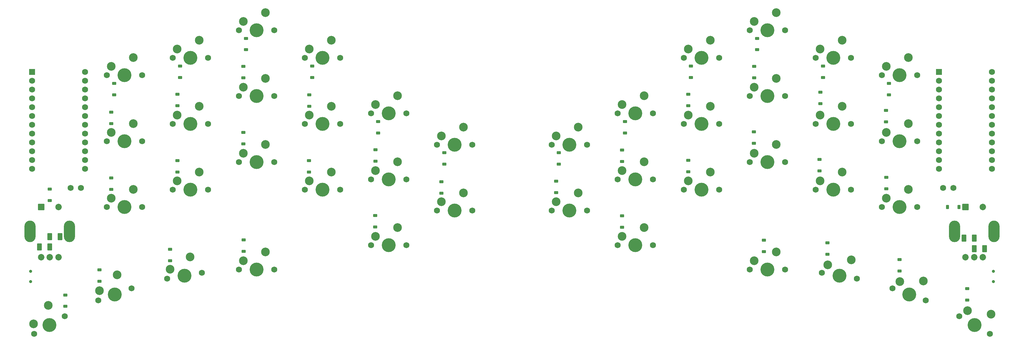
<source format=gbr>
%TF.GenerationSoftware,KiCad,Pcbnew,7.0.9*%
%TF.CreationDate,2023-11-27T10:59:26+01:00*%
%TF.ProjectId,SplitErgoLL_v2,53706c69-7445-4726-976f-4c4c5f76322e,rev?*%
%TF.SameCoordinates,Original*%
%TF.FileFunction,Soldermask,Bot*%
%TF.FilePolarity,Negative*%
%FSLAX46Y46*%
G04 Gerber Fmt 4.6, Leading zero omitted, Abs format (unit mm)*
G04 Created by KiCad (PCBNEW 7.0.9) date 2023-11-27 10:59:26*
%MOMM*%
%LPD*%
G01*
G04 APERTURE LIST*
G04 Aperture macros list*
%AMRoundRect*
0 Rectangle with rounded corners*
0 $1 Rounding radius*
0 $2 $3 $4 $5 $6 $7 $8 $9 X,Y pos of 4 corners*
0 Add a 4 corners polygon primitive as box body*
4,1,4,$2,$3,$4,$5,$6,$7,$8,$9,$2,$3,0*
0 Add four circle primitives for the rounded corners*
1,1,$1+$1,$2,$3*
1,1,$1+$1,$4,$5*
1,1,$1+$1,$6,$7*
1,1,$1+$1,$8,$9*
0 Add four rect primitives between the rounded corners*
20,1,$1+$1,$2,$3,$4,$5,0*
20,1,$1+$1,$4,$5,$6,$7,0*
20,1,$1+$1,$6,$7,$8,$9,0*
20,1,$1+$1,$8,$9,$2,$3,0*%
G04 Aperture macros list end*
%ADD10C,1.750000*%
%ADD11C,4.000000*%
%ADD12C,2.500000*%
%ADD13C,0.900000*%
%ADD14RoundRect,0.102000X-0.825000X-0.825000X0.825000X-0.825000X0.825000X0.825000X-0.825000X0.825000X0*%
%ADD15C,1.854000*%
%ADD16O,3.204000X6.204000*%
%ADD17R,1.752600X1.752600*%
%ADD18C,1.752600*%
%ADD19RoundRect,0.225000X-0.375000X0.225000X-0.375000X-0.225000X0.375000X-0.225000X0.375000X0.225000X0*%
%ADD20RoundRect,0.102000X-0.580000X-0.910000X0.580000X-0.910000X0.580000X0.910000X-0.580000X0.910000X0*%
%ADD21RoundRect,0.225000X0.375000X-0.225000X0.375000X0.225000X-0.375000X0.225000X-0.375000X-0.225000X0*%
%ADD22RoundRect,0.102000X0.580000X0.910000X-0.580000X0.910000X-0.580000X-0.910000X0.580000X-0.910000X0*%
%ADD23RoundRect,0.225000X-0.225000X-0.375000X0.225000X-0.375000X0.225000X0.375000X-0.225000X0.375000X0*%
G04 APERTURE END LIST*
D10*
%TO.C,KSW41*%
X186920000Y-103000000D03*
D11*
X192000000Y-103000000D03*
D10*
X197080000Y-103000000D03*
D12*
X188190000Y-100460000D03*
X194540000Y-97920000D03*
%TD*%
D10*
%TO.C,KSW24*%
X91920000Y-121000000D03*
D11*
X97000000Y-121000000D03*
D10*
X102080000Y-121000000D03*
D12*
X93190000Y-118460000D03*
X99540000Y-115920000D03*
%TD*%
D10*
%TO.C,KSW7*%
X295920000Y-116000000D03*
D11*
X301000000Y-116000000D03*
D10*
X306080000Y-116000000D03*
D12*
X297190000Y-113460000D03*
X303540000Y-110920000D03*
%TD*%
D10*
%TO.C,KSW11*%
X276920000Y-108000000D03*
D11*
X282000000Y-108000000D03*
D10*
X287080000Y-108000000D03*
D12*
X278190000Y-105460000D03*
X284540000Y-102920000D03*
%TD*%
D13*
%TO.C,SW2*%
X70000000Y-139500000D03*
X70000000Y-142500000D03*
%TD*%
D10*
%TO.C,KSW4*%
X337200000Y-152460000D03*
D11*
X341599409Y-155000000D03*
D10*
X345998818Y-157540000D03*
D12*
X339569852Y-150895295D03*
X346339114Y-151870591D03*
%TD*%
D10*
%TO.C,KSW15*%
X257920000Y-116000000D03*
D11*
X263000000Y-116000000D03*
D10*
X268080000Y-116000000D03*
D12*
X259190000Y-113460000D03*
X265540000Y-110920000D03*
%TD*%
D10*
%TO.C,KSW16*%
X276920000Y-139000000D03*
D11*
X282000000Y-139000000D03*
D10*
X287080000Y-139000000D03*
D12*
X278190000Y-136460000D03*
X284540000Y-133920000D03*
%TD*%
D10*
%TO.C,KSW5*%
X295920000Y-78000000D03*
D11*
X301000000Y-78000000D03*
D10*
X306080000Y-78000000D03*
D12*
X297190000Y-75460000D03*
X303540000Y-72920000D03*
%TD*%
D10*
%TO.C,KSW6*%
X295920000Y-97000000D03*
D11*
X301000000Y-97000000D03*
D10*
X306080000Y-97000000D03*
D12*
X297190000Y-94460000D03*
X303540000Y-91920000D03*
%TD*%
D14*
%TO.C,ENC2*%
X73000000Y-121000000D03*
D15*
X78000000Y-121000000D03*
X73000000Y-135500000D03*
X78000000Y-135500000D03*
X75500000Y-135500000D03*
D16*
X69800000Y-128000000D03*
X81200000Y-128000000D03*
%TD*%
D17*
%TO.C,MCU2*%
X70380000Y-82030000D03*
D18*
X70380000Y-84570000D03*
X70380000Y-87110000D03*
X70380000Y-89650000D03*
X70380000Y-92190000D03*
X70380000Y-94730000D03*
X70380000Y-97270000D03*
X70380000Y-99810000D03*
X70380000Y-102350000D03*
X70380000Y-104890000D03*
X70380000Y-107430000D03*
X70380000Y-109970000D03*
X85620000Y-109970000D03*
X85620000Y-107430000D03*
X85620000Y-104890000D03*
X85620000Y-102350000D03*
X85620000Y-99810000D03*
X85620000Y-97270000D03*
X85620000Y-94730000D03*
X85620000Y-92190000D03*
X85620000Y-89650000D03*
X85620000Y-87110000D03*
X85620000Y-84570000D03*
X85620000Y-82030000D03*
%TD*%
D10*
%TO.C,KSW40*%
X167920000Y-132000000D03*
D11*
X173000000Y-132000000D03*
D10*
X178080000Y-132000000D03*
D12*
X169190000Y-129460000D03*
X175540000Y-126920000D03*
%TD*%
D10*
%TO.C,KSW20*%
X219920000Y-103000000D03*
D11*
X225000000Y-103000000D03*
D10*
X230080000Y-103000000D03*
D12*
X221190000Y-100460000D03*
X227540000Y-97920000D03*
%TD*%
D10*
%TO.C,KSW36*%
X148920000Y-116000000D03*
D11*
X154000000Y-116000000D03*
D10*
X159080000Y-116000000D03*
D12*
X150190000Y-113460000D03*
X156540000Y-110920000D03*
%TD*%
D10*
%TO.C,KSW8*%
X318000000Y-144462538D03*
D11*
X322773639Y-146200000D03*
D10*
X327547278Y-147937462D03*
D12*
X320062141Y-142510084D03*
X326897921Y-142295093D03*
%TD*%
D10*
%TO.C,KSW27*%
X110920000Y-97000000D03*
D11*
X116000000Y-97000000D03*
D10*
X121080000Y-97000000D03*
D12*
X112190000Y-94460000D03*
X118540000Y-91920000D03*
%TD*%
D10*
%TO.C,KSW35*%
X148920000Y-97000000D03*
D11*
X154000000Y-97000000D03*
D10*
X159080000Y-97000000D03*
D12*
X150190000Y-94460000D03*
X156540000Y-91920000D03*
%TD*%
D14*
%TO.C,ENC1*%
X339000000Y-121000000D03*
D15*
X344000000Y-121000000D03*
X339000000Y-135500000D03*
X344000000Y-135500000D03*
X341500000Y-135500000D03*
D16*
X335800000Y-128000000D03*
X347200000Y-128000000D03*
%TD*%
D10*
%TO.C,KSW14*%
X257920000Y-97000000D03*
D11*
X263000000Y-97000000D03*
D10*
X268080000Y-97000000D03*
D12*
X259190000Y-94460000D03*
X265540000Y-91920000D03*
%TD*%
D10*
%TO.C,KSW38*%
X167920000Y-94000000D03*
D11*
X173000000Y-94000000D03*
D10*
X178080000Y-94000000D03*
D12*
X169190000Y-91460000D03*
X175540000Y-88920000D03*
%TD*%
D10*
%TO.C,KSW31*%
X129920000Y-89000000D03*
D11*
X135000000Y-89000000D03*
D10*
X140080000Y-89000000D03*
D12*
X131190000Y-86460000D03*
X137540000Y-83920000D03*
%TD*%
D10*
%TO.C,KSW1*%
X314920000Y-83000000D03*
D11*
X320000000Y-83000000D03*
D10*
X325080000Y-83000000D03*
D12*
X316190000Y-80460000D03*
X322540000Y-77920000D03*
%TD*%
D10*
%TO.C,KSW25*%
X71001182Y-157540000D03*
D11*
X75400591Y-155000000D03*
D10*
X79800000Y-152460000D03*
D12*
X70831034Y-154705295D03*
X75060296Y-149330591D03*
%TD*%
D10*
%TO.C,KSW22*%
X91920000Y-83000000D03*
D11*
X97000000Y-83000000D03*
D10*
X102080000Y-83000000D03*
D12*
X93190000Y-80460000D03*
X99540000Y-77920000D03*
%TD*%
D10*
%TO.C,KSW29*%
X89452722Y-147937462D03*
D11*
X94226361Y-146200000D03*
D10*
X99000000Y-144462538D03*
D12*
X89777401Y-145116277D03*
X94875718Y-140557630D03*
%TD*%
D10*
%TO.C,KSW13*%
X257920000Y-78000000D03*
D11*
X263000000Y-78000000D03*
D10*
X268080000Y-78000000D03*
D12*
X259190000Y-75460000D03*
X265540000Y-72920000D03*
%TD*%
D10*
%TO.C,KSW3*%
X314920000Y-121000000D03*
D11*
X320000000Y-121000000D03*
D10*
X325080000Y-121000000D03*
D12*
X316190000Y-118460000D03*
X322540000Y-115920000D03*
%TD*%
D10*
%TO.C,KSW30*%
X129920000Y-70000000D03*
D11*
X135000000Y-70000000D03*
D10*
X140080000Y-70000000D03*
D12*
X131190000Y-67460000D03*
X137540000Y-64920000D03*
%TD*%
D10*
%TO.C,KSW39*%
X167920000Y-113000000D03*
D11*
X173000000Y-113000000D03*
D10*
X178080000Y-113000000D03*
D12*
X169190000Y-110460000D03*
X175540000Y-107920000D03*
%TD*%
D10*
%TO.C,KSW12*%
X297694354Y-139917867D03*
D11*
X302697177Y-140800000D03*
D10*
X307700000Y-141682133D03*
D12*
X299386126Y-137636989D03*
X306080721Y-136238243D03*
%TD*%
D10*
%TO.C,KSW19*%
X238920000Y-132000000D03*
D11*
X244000000Y-132000000D03*
D10*
X249080000Y-132000000D03*
D12*
X240190000Y-129460000D03*
X246540000Y-126920000D03*
%TD*%
D10*
%TO.C,KSW17*%
X238920000Y-94000000D03*
D11*
X244000000Y-94000000D03*
D10*
X249080000Y-94000000D03*
D12*
X240190000Y-91460000D03*
X246540000Y-88920000D03*
%TD*%
D10*
%TO.C,Bat 3.7V*%
X81510000Y-115527500D03*
X84490000Y-115517500D03*
%TD*%
%TO.C,Bat 3.7V*%
X332500000Y-115500000D03*
X335480000Y-115490000D03*
%TD*%
D17*
%TO.C,MCU1*%
X331380000Y-82030000D03*
D18*
X331380000Y-84570000D03*
X331380000Y-87110000D03*
X331380000Y-89650000D03*
X331380000Y-92190000D03*
X331380000Y-94730000D03*
X331380000Y-97270000D03*
X331380000Y-99810000D03*
X331380000Y-102350000D03*
X331380000Y-104890000D03*
X331380000Y-107430000D03*
X331380000Y-109970000D03*
X346620000Y-109970000D03*
X346620000Y-107430000D03*
X346620000Y-104890000D03*
X346620000Y-102350000D03*
X346620000Y-99810000D03*
X346620000Y-97270000D03*
X346620000Y-94730000D03*
X346620000Y-92190000D03*
X346620000Y-89650000D03*
X346620000Y-87110000D03*
X346620000Y-84570000D03*
X346620000Y-82030000D03*
%TD*%
D10*
%TO.C,KSW26*%
X110920000Y-78000000D03*
D11*
X116000000Y-78000000D03*
D10*
X121080000Y-78000000D03*
D12*
X112190000Y-75460000D03*
X118540000Y-72920000D03*
%TD*%
D13*
%TO.C,SW1*%
X347000000Y-142500000D03*
X347000000Y-139500000D03*
%TD*%
D10*
%TO.C,KSW21*%
X219920000Y-122000000D03*
D11*
X225000000Y-122000000D03*
D10*
X230080000Y-122000000D03*
D12*
X221190000Y-119460000D03*
X227540000Y-116920000D03*
%TD*%
D10*
%TO.C,KSW37*%
X129920000Y-139000000D03*
D11*
X135000000Y-139000000D03*
D10*
X140080000Y-139000000D03*
D12*
X131190000Y-136460000D03*
X137540000Y-133920000D03*
%TD*%
D10*
%TO.C,KSW10*%
X276920000Y-89000000D03*
D11*
X282000000Y-89000000D03*
D10*
X287080000Y-89000000D03*
D12*
X278190000Y-86460000D03*
X284540000Y-83920000D03*
%TD*%
D10*
%TO.C,KSW23*%
X91920000Y-102000000D03*
D11*
X97000000Y-102000000D03*
D10*
X102080000Y-102000000D03*
D12*
X93190000Y-99460000D03*
X99540000Y-96920000D03*
%TD*%
D10*
%TO.C,KSW2*%
X314920000Y-102000000D03*
D11*
X320000000Y-102000000D03*
D10*
X325080000Y-102000000D03*
D12*
X316190000Y-99460000D03*
X322540000Y-96920000D03*
%TD*%
D10*
%TO.C,KSW32*%
X129920000Y-108000000D03*
D11*
X135000000Y-108000000D03*
D10*
X140080000Y-108000000D03*
D12*
X131190000Y-105460000D03*
X137540000Y-102920000D03*
%TD*%
D10*
%TO.C,KSW34*%
X148920000Y-78000000D03*
D11*
X154000000Y-78000000D03*
D10*
X159080000Y-78000000D03*
D12*
X150190000Y-75460000D03*
X156540000Y-72920000D03*
%TD*%
D10*
%TO.C,KSW9*%
X276920000Y-70000000D03*
D11*
X282000000Y-70000000D03*
D10*
X287080000Y-70000000D03*
D12*
X278190000Y-67460000D03*
X284540000Y-64920000D03*
%TD*%
D10*
%TO.C,KSW33*%
X109294354Y-141682133D03*
D11*
X114297177Y-140800000D03*
D10*
X119300000Y-139917867D03*
D12*
X110103993Y-138960188D03*
X115916456Y-135356110D03*
%TD*%
D10*
%TO.C,KSW18*%
X238920000Y-113000000D03*
D11*
X244000000Y-113000000D03*
D10*
X249080000Y-113000000D03*
D12*
X240190000Y-110460000D03*
X246540000Y-107920000D03*
%TD*%
%TO.C,KSW42*%
X194540000Y-116920000D03*
X188190000Y-119460000D03*
D10*
X197080000Y-122000000D03*
D11*
X192000000Y-122000000D03*
D10*
X186920000Y-122000000D03*
%TD*%
%TO.C,KSW28*%
X110920000Y-116000000D03*
D11*
X116000000Y-116000000D03*
D10*
X121080000Y-116000000D03*
D12*
X112190000Y-113460000D03*
X118540000Y-110920000D03*
%TD*%
D19*
%TO.C,D27*%
X112200000Y-88450000D03*
X112200000Y-91750000D03*
%TD*%
%TO.C,D25*%
X80000000Y-146350000D03*
X80000000Y-149650000D03*
%TD*%
%TO.C,D18*%
X240200000Y-104550000D03*
X240200000Y-107850000D03*
%TD*%
%TO.C,D23*%
X93200000Y-93650000D03*
X93200000Y-96950000D03*
%TD*%
%TO.C,D3*%
X316200000Y-112450000D03*
X316200000Y-115750000D03*
%TD*%
%TO.C,D24*%
X93200000Y-112650000D03*
X93200000Y-115950000D03*
%TD*%
D20*
%TO.C,C2*%
X338525000Y-130000000D03*
X341475000Y-130000000D03*
%TD*%
D21*
%TO.C,D13*%
X260000000Y-83650000D03*
X260000000Y-80350000D03*
%TD*%
D19*
%TO.C,D12*%
X299300000Y-131350000D03*
X299300000Y-134650000D03*
%TD*%
%TO.C,D33*%
X110100000Y-133150000D03*
X110100000Y-136450000D03*
%TD*%
%TO.C,D4*%
X339500000Y-144550000D03*
X339500000Y-147850000D03*
%TD*%
D21*
%TO.C,D26*%
X113000000Y-83650000D03*
X113000000Y-80350000D03*
%TD*%
D19*
%TO.C,D37*%
X131300000Y-130450000D03*
X131300000Y-133750000D03*
%TD*%
%TO.C,D10*%
X278200000Y-80450000D03*
X278200000Y-83750000D03*
%TD*%
%TO.C,D29*%
X89800000Y-139150000D03*
X89800000Y-142450000D03*
%TD*%
%TO.C,D15*%
X259200000Y-107550000D03*
X259200000Y-110850000D03*
%TD*%
%TO.C,D42*%
X188200000Y-113750000D03*
X188200000Y-117050000D03*
%TD*%
%TO.C,D7*%
X297000000Y-107250000D03*
X297000000Y-110550000D03*
%TD*%
D21*
%TO.C,D1*%
X317000000Y-88650000D03*
X317000000Y-85350000D03*
%TD*%
D19*
%TO.C,D2*%
X316100000Y-93150000D03*
X316100000Y-96450000D03*
%TD*%
D21*
%TO.C,D20*%
X222000000Y-108650000D03*
X222000000Y-105350000D03*
%TD*%
D19*
%TO.C,D43*%
X75500000Y-115850000D03*
X75500000Y-119150000D03*
%TD*%
D21*
%TO.C,D38*%
X170000000Y-99650000D03*
X170000000Y-96350000D03*
%TD*%
D22*
%TO.C,C3*%
X78475000Y-129500000D03*
X75525000Y-129500000D03*
%TD*%
D19*
%TO.C,D16*%
X281000000Y-130550000D03*
X281000000Y-133850000D03*
%TD*%
D23*
%TO.C,D44*%
X333850000Y-121000000D03*
X337150000Y-121000000D03*
%TD*%
D19*
%TO.C,D14*%
X259200000Y-88450000D03*
X259200000Y-91750000D03*
%TD*%
%TO.C,D40*%
X169100000Y-123450000D03*
X169100000Y-126750000D03*
%TD*%
D21*
%TO.C,D30*%
X132000000Y-75650000D03*
X132000000Y-72350000D03*
%TD*%
D19*
%TO.C,D28*%
X112200000Y-107650000D03*
X112200000Y-110950000D03*
%TD*%
%TO.C,D36*%
X150100000Y-107650000D03*
X150100000Y-110950000D03*
%TD*%
D21*
%TO.C,D41*%
X189000000Y-108650000D03*
X189000000Y-105350000D03*
%TD*%
D19*
%TO.C,D31*%
X131200000Y-80450000D03*
X131200000Y-83750000D03*
%TD*%
%TO.C,D8*%
X320000000Y-136150000D03*
X320000000Y-139450000D03*
%TD*%
%TO.C,D21*%
X221200000Y-113550000D03*
X221200000Y-116850000D03*
%TD*%
%TO.C,D35*%
X150200000Y-88650000D03*
X150200000Y-91950000D03*
%TD*%
D21*
%TO.C,D9*%
X279000000Y-75650000D03*
X279000000Y-72350000D03*
%TD*%
%TO.C,D22*%
X94000000Y-88650000D03*
X94000000Y-85350000D03*
%TD*%
D19*
%TO.C,D19*%
X240200000Y-123550000D03*
X240200000Y-126850000D03*
%TD*%
%TO.C,D11*%
X278100000Y-99350000D03*
X278100000Y-102650000D03*
%TD*%
D21*
%TO.C,D5*%
X298000000Y-83650000D03*
X298000000Y-80350000D03*
%TD*%
D20*
%TO.C,C4*%
X72525000Y-132500000D03*
X75475000Y-132500000D03*
%TD*%
D19*
%TO.C,D32*%
X131200000Y-99450000D03*
X131200000Y-102750000D03*
%TD*%
D22*
%TO.C,C1*%
X344475000Y-133000000D03*
X341525000Y-133000000D03*
%TD*%
D21*
%TO.C,D17*%
X241000000Y-99650000D03*
X241000000Y-96350000D03*
%TD*%
D19*
%TO.C,D39*%
X169200000Y-104450000D03*
X169200000Y-107750000D03*
%TD*%
%TO.C,D6*%
X297200000Y-87850000D03*
X297200000Y-91150000D03*
%TD*%
D21*
%TO.C,D34*%
X151000000Y-83650000D03*
X151000000Y-80350000D03*
%TD*%
M02*

</source>
